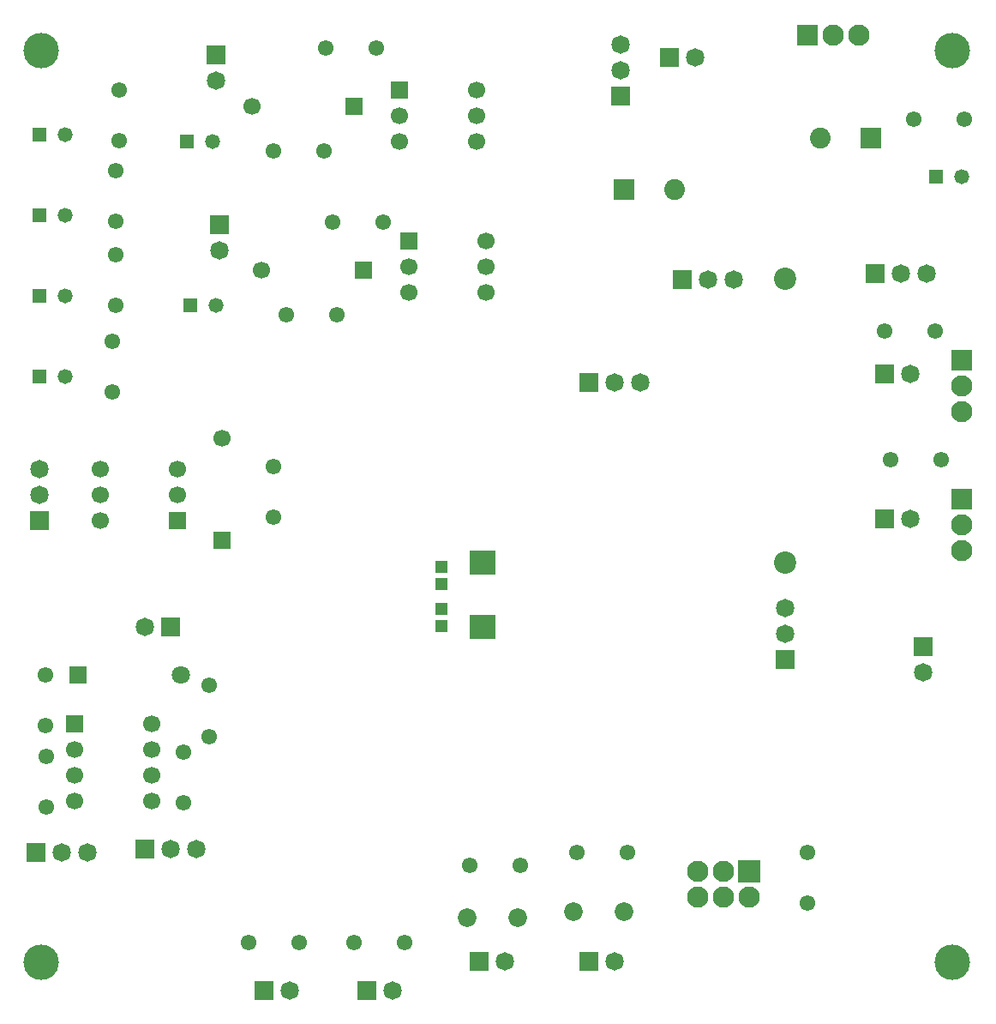
<source format=gbs>
G04 DipTrace 2.4.0.2*
%INAmpControllerPCB.GBS*%
%MOIN*%
%ADD21C,0.0728*%
%ADD40C,0.1378*%
%ADD48R,0.1024X0.0945*%
%ADD50R,0.0866X0.0866*%
%ADD51R,0.0709X0.0709*%
%ADD56C,0.061*%
%ADD58C,0.0827*%
%ADD59C,0.0669*%
%ADD60R,0.0827X0.0827*%
%ADD61R,0.0669X0.0669*%
%ADD62R,0.0579X0.0579*%
%ADD64C,0.0579*%
%ADD66C,0.0866*%
%ADD71C,0.0709*%
%ADD74R,0.0472X0.0512*%
%ADD76C,0.0807*%
%ADD77R,0.0807X0.0807*%
%ADD79C,0.0717*%
%ADD81R,0.0717X0.0717*%
%FSLAX44Y44*%
G04*
G70*
G90*
G75*
G01*
%LNBotMask*%
%LPD*%
D81*
X38437Y32807D3*
D79*
X39437D3*
X40437D3*
D81*
X27312Y28557D3*
D79*
X28312D3*
X29312D3*
D81*
X40312Y18307D3*
D79*
Y17307D3*
D81*
X34937Y17807D3*
D79*
Y18807D3*
Y19807D3*
D77*
X38281Y38057D3*
D76*
X36312D3*
D77*
X28687Y36057D3*
D76*
X30656D3*
D74*
X21602Y20722D3*
Y21392D3*
Y19767D3*
Y19097D3*
D21*
X22578Y7747D3*
X24546D3*
X26703Y7997D3*
X28671D3*
D71*
X11437Y17182D3*
D51*
X7437D3*
D61*
X13062Y22432D3*
D59*
Y26408D3*
D61*
X18187Y39307D3*
D59*
X14211D3*
D61*
X18562Y32932D3*
D59*
X14586D3*
D81*
X38812Y28893D3*
D79*
X39812D3*
D81*
X38812Y23268D3*
D79*
X39812D3*
D81*
X5812Y10307D3*
D79*
X6812D3*
X7812D3*
D81*
X10062Y10432D3*
D79*
X11062D3*
X12062D3*
D81*
X11062Y19057D3*
D79*
X10062D3*
D81*
X30937Y32557D3*
D79*
X31937D3*
X32937D3*
D81*
X12812Y41307D3*
D79*
Y40307D3*
D81*
X12937Y34682D3*
D79*
Y33682D3*
D81*
X5937Y23182D3*
D79*
Y24182D3*
Y25182D3*
D66*
X34937Y21557D3*
Y32581D3*
D64*
X12687Y37932D3*
D62*
X11687D3*
D64*
X12812Y31557D3*
D62*
X11812D3*
D81*
X23062Y6057D3*
D79*
X24062D3*
D81*
X27312D3*
D79*
X28312D3*
D40*
X6031Y41464D3*
X41464Y6031D3*
X6031D3*
X41464Y41464D3*
D64*
X41812Y36557D3*
D62*
X40812D3*
D81*
X28562Y39682D3*
D79*
Y40682D3*
Y41682D3*
D81*
X30437Y41182D3*
D79*
X31437D3*
D60*
X41812Y29432D3*
D58*
Y28432D3*
Y27432D3*
D60*
Y24018D3*
D58*
Y23018D3*
Y22018D3*
D56*
X15062Y37557D3*
X17031D3*
X39937Y38807D3*
X41906D3*
X19062Y41557D3*
X17094D3*
X15562Y31182D3*
X17531D3*
X19312Y34807D3*
X17344D3*
X38812Y30557D3*
X40781D3*
X39062Y25557D3*
X41031D3*
X8921Y34823D3*
Y36791D3*
X9046Y37948D3*
Y39916D3*
X8796Y28198D3*
Y30166D3*
X8921Y31573D3*
Y33541D3*
X15062Y25307D3*
Y23339D3*
X35812Y10307D3*
Y8339D3*
X20156Y6807D3*
X18187D3*
X14094D3*
X16062D3*
X22687Y9807D3*
X24656D3*
X28812Y10307D3*
X26844D3*
X12562Y14807D3*
Y16776D3*
X11562Y14182D3*
Y12214D3*
X6187Y17182D3*
Y15214D3*
X6203Y14041D3*
Y12073D3*
D64*
X6937Y38182D3*
D62*
X5937D3*
D64*
X6937Y35057D3*
D62*
X5937D3*
D64*
X6937Y31932D3*
D62*
X5937D3*
D64*
X6937Y28807D3*
D62*
X5937D3*
D81*
X14687Y4932D3*
D79*
X15687D3*
D81*
X18687D3*
D79*
X19687D3*
D50*
X33562Y9557D3*
D58*
X32562D3*
X31562D3*
Y8557D3*
X32562D3*
X33562D3*
D60*
X35812Y42057D3*
D58*
X36812D3*
X37812D3*
D61*
X7312Y15307D3*
D59*
Y14307D3*
Y13307D3*
Y12307D3*
X10312D3*
Y13307D3*
Y14307D3*
Y15307D3*
D61*
X19937Y39932D3*
D59*
Y38932D3*
Y37932D3*
X22937D3*
Y38932D3*
Y39932D3*
D61*
X20312Y34057D3*
D59*
Y33057D3*
Y32057D3*
X23312D3*
Y33057D3*
Y34057D3*
D61*
X11312Y23182D3*
D59*
Y24182D3*
Y25182D3*
X8312D3*
Y24182D3*
Y23182D3*
D48*
X23197Y19067D3*
Y21547D3*
M02*

</source>
